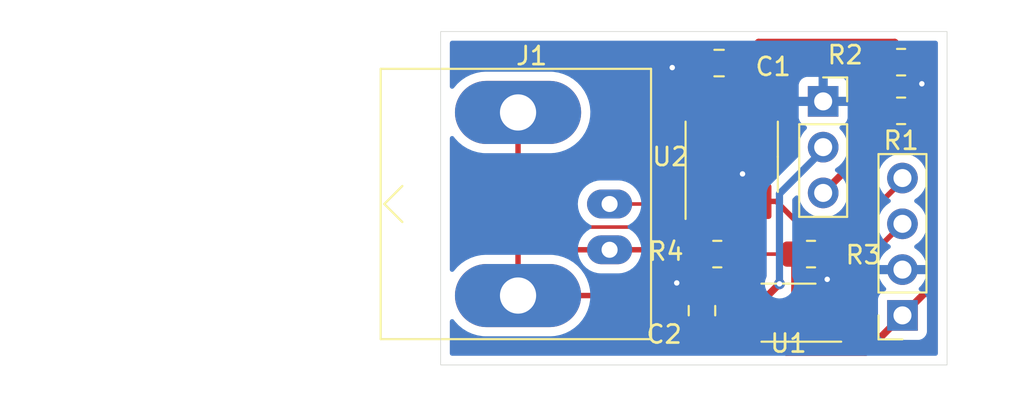
<source format=kicad_pcb>
(kicad_pcb (version 20211014) (generator pcbnew)
  (layers (0 "F.Cu" signal "Front") (31 "B.Cu" signal "Back") (34 "B.Paste" user) (35 "F.Paste" user) (36 "B.SilkS" user "B.Silkscreen") (37 "F.SilkS" user "F.Silkscreen") (38 "B.Mask" user) (39 "F.Mask" user) (44 "Edge.Cuts" user))
  (net 0 "")
  (net 1 "VCC")
  (net 2 "GND")
  (net 3 "Net-(J1-Pad1)")
  (net 4 "/Ref")
  (net 5 "/Out")
  (net 6 "Net-(JP1-Pad2)")
  (net 7 "Net-(JP1-Pad3)")
  (net 8 "Net-(R3-Pad2)")
  (net 9 "/Buffered_In")
  (footprint "Package_SO:MSOP-8_3x3mm_P0.65mm" (layer "F.Cu") (at 107.95 112.05 180)
    (fp_text reference "U1" (at 0 -1.7) (layer "F.SilkS"))
    (fp_text value "Opamp_Dual")
    (fp_line (start 0 1.61) (end 1.5 1.61) (layer "F.SilkS") (width 0.12))
    (fp_line (start 0 -1.61) (end -2.925 -1.61) (layer "F.SilkS") (width 0.12))
    (fp_line (start 0 1.61) (end -1.5 1.61) (layer "F.SilkS") (width 0.12))
    (fp_line (start 0 -1.61) (end 1.5 -1.61) (layer "F.SilkS") (width 0.12))
    (pad "1" smd roundrect (at -2.1125 -0.975 180) (size 1.625 0.4) (layers "F.Cu" "F.Paste" "F.Mask") (net 5 "/Out"))
    (pad "2" smd roundrect (at -2.1125 -0.325 180) (size 1.625 0.4) (layers "F.Cu" "F.Paste" "F.Mask") (net 8 "Net-(R3-Pad2)"))
    (pad "3" smd roundrect (at -2.1125 0.325 180) (size 1.625 0.4) (layers "F.Cu" "F.Paste" "F.Mask") (net 9 "/Buffered_In"))
    (pad "4" smd roundrect (at -2.1125 0.975 180) (size 1.625 0.4) (layers "F.Cu" "F.Paste" "F.Mask") (net 2 "GND"))
    (pad "5" smd roundrect (at 2.1125 0.975 180) (size 1.625 0.4) (layers "F.Cu" "F.Paste" "F.Mask") (net 6 "Net-(JP1-Pad2)"))
    (pad "6" smd roundrect (at 2.1125 0.325 180) (size 1.625 0.4) (layers "F.Cu" "F.Paste" "F.Mask") (net 4 "/Ref"))
    (pad "7" smd roundrect (at 2.1125 -0.325 180) (size 1.625 0.4) (layers "F.Cu" "F.Paste" "F.Mask") (net 4 "/Ref"))
    (pad "8" smd roundrect (at 2.1125 -0.975 180) (size 1.625 0.4) (layers "F.Cu" "F.Paste" "F.Mask") (net 1 "VCC"))
  )
  (footprint "Resistor_SMD:R_0805_2012Metric_Pad1.20x1.40mm_HandSolder" (layer "F.Cu") (at 114.2 98.15)
    (fp_text reference "R2" (at -3.1 -0.4) (layer "F.SilkS"))
    (fp_text value "12k")
    (fp_line (start -0.227064 -0.735) (end 0.227064 -0.735) (layer "F.SilkS") (width 0.12))
    (fp_line (start -0.227064 0.735) (end 0.227064 0.735) (layer "F.SilkS") (width 0.12))
    (pad "1" smd roundrect (at -1 0) (size 1.2 1.4) (layers "F.Cu" "F.Paste" "F.Mask") (roundrect_rratio 0.208333) (net 7 "Net-(JP1-Pad3)"))
    (pad "2" smd roundrect (at 1 0) (size 1.2 1.4) (layers "F.Cu" "F.Paste" "F.Mask") (roundrect_rratio 0.208333) (net 2 "GND"))
  )
  (footprint "Connector_PinSocket_2.54mm:PinSocket_1x04_P2.54mm_Vertical" (layer "F.Cu") (at 114.275 112.2 180)
    (fp_text reference "J2" hide)
    (fp_text value "Conn_01x04_Male")
    (fp_line (start -1.33 1.27) (end 1.33 1.27) (layer "F.SilkS") (width 0.12))
    (fp_line (start 1.33 -1.33) (end 1.33 0) (layer "F.SilkS") (width 0.12))
    (fp_line (start -1.33 1.27) (end -1.33 8.95) (layer "F.SilkS") (width 0.12))
    (fp_line (start 1.33 1.27) (end 1.33 8.95) (layer "F.SilkS") (width 0.12))
    (fp_line (start -1.33 8.95) (end 1.33 8.95) (layer "F.SilkS") (width 0.12))
    (fp_line (start 0 -1.33) (end 1.33 -1.33) (layer "F.SilkS") (width 0.12))
    (pad "1" thru_hole rect (at 0 0 180) (size 1.7 1.7) (drill 1) (layers *.Cu *.Mask) (net 1 "VCC"))
    (pad "2" thru_hole oval (at 0 2.54 180) (size 1.7 1.7) (drill 1) (layers *.Cu *.Mask) (net 2 "GND"))
    (pad "3" thru_hole oval (at 0 5.08 180) (size 1.7 1.7) (drill 1) (layers *.Cu *.Mask) (net 4 "/Ref"))
    (pad "4" thru_hole oval (at 0 7.62 180) (size 1.7 1.7) (drill 1) (layers *.Cu *.Mask) (net 5 "/Out"))
  )
  (footprint "Capacitor_SMD:C_0805_2012Metric_Pad1.18x1.45mm_HandSolder" (layer "F.Cu") (at 104.1 98.2 180)
    (fp_text reference "C1" (at -3 -0.2) (layer "F.SilkS"))
    (fp_text value "100n")
    (fp_line (start -0.261252 0.735) (end 0.261252 0.735) (layer "F.SilkS") (width 0.12))
    (fp_line (start -0.261252 -0.735) (end 0.261252 -0.735) (layer "F.SilkS") (width 0.12))
    (pad "1" smd roundrect (at -1.0375 0 180) (size 1.175 1.45) (layers "F.Cu" "F.Paste" "F.Mask") (roundrect_rratio 0.212766) (net 1 "VCC"))
    (pad "2" smd roundrect (at 1.0375 0 180) (size 1.175 1.45) (layers "F.Cu" "F.Paste" "F.Mask") (roundrect_rratio 0.212766) (net 2 "GND"))
  )
  (footprint "Package_SO:SOIC-8_3.9x4.9mm_P1.27mm" (layer "F.Cu") (at 104.8 103.4 90)
    (fp_text reference "U2" (at 0 -3.4) (layer "F.SilkS"))
    (fp_text value "LMP7721MA/NOPB")
    (fp_line (start 0 -2.56) (end -3.45 -2.56) (layer "F.SilkS") (width 0.12))
    (fp_line (start 0 -2.56) (end 1.95 -2.56) (layer "F.SilkS") (width 0.12))
    (fp_line (start 0 2.56) (end -1.95 2.56) (layer "F.SilkS") (width 0.12))
    (fp_line (start 0 2.56) (end 1.95 2.56) (layer "F.SilkS") (width 0.12))
    (pad "1" smd roundrect (at -2.475 -1.905 90) (size 1.95 0.6) (layers "F.Cu" "F.Paste" "F.Mask") (net 3 "Net-(J1-Pad1)"))
    (pad "2" smd roundrect (at -2.475 -0.635 90) (size 1.95 0.6) (layers "F.Cu" "F.Paste" "F.Mask") (net 9 "/Buffered_In"))
    (pad "3" smd roundrect (at -2.475 0.635 90) (size 1.95 0.6) (layers "F.Cu" "F.Paste" "F.Mask") (net 2 "GND"))
    (pad "4" smd roundrect (at -2.475 1.905 90) (size 1.95 0.6) (layers "F.Cu" "F.Paste" "F.Mask") (net 9 "/Buffered_In"))
    (pad "5" smd roundrect (at 2.475 1.905 90) (size 1.95 0.6) (layers "F.Cu" "F.Paste" "F.Mask"))
    (pad "6" smd roundrect (at 2.475 0.635 90) (size 1.95 0.6) (layers "F.Cu" "F.Paste" "F.Mask") (net 1 "VCC"))
    (pad "7" smd roundrect (at 2.475 -0.635 90) (size 1.95 0.6) (layers "F.Cu" "F.Paste" "F.Mask") (net 9 "/Buffered_In"))
    (pad "8" smd roundrect (at 2.475 -1.905 90) (size 1.95 0.6) (layers "F.Cu" "F.Paste" "F.Mask") (net 9 "/Buffered_In"))
  )
  (footprint "Capacitor_SMD:C_0805_2012Metric_Pad1.18x1.45mm_HandSolder" (layer "F.Cu") (at 103.15 111.9375 90)
    (fp_text reference "C2" (at -1.3125 -2.1) (layer "F.SilkS"))
    (fp_text value "100n")
    (fp_line (start -0.261252 -0.735) (end 0.261252 -0.735) (layer "F.SilkS") (width 0.12))
    (fp_line (start -0.261252 0.735) (end 0.261252 0.735) (layer "F.SilkS") (width 0.12))
    (pad "1" smd roundrect (at -1.0375 0 90) (size 1.175 1.45) (layers "F.Cu" "F.Paste" "F.Mask") (roundrect_rratio 0.212766) (net 1 "VCC"))
    (pad "2" smd roundrect (at 1.0375 0 90) (size 1.175 1.45) (layers "F.Cu" "F.Paste" "F.Mask") (roundrect_rratio 0.212766) (net 2 "GND"))
  )
  (footprint "Resistor_SMD:R_0805_2012Metric_Pad1.20x1.40mm_HandSolder" (layer "F.Cu") (at 109.2 108.8 180)
    (fp_text reference "R3" (at -2.9 -0.05 180) (layer "F.SilkS"))
    (fp_text value "12k")
    (fp_line (start -0.227064 0.735) (end 0.227064 0.735) (layer "F.SilkS") (width 0.12))
    (fp_line (start -0.227064 -0.735) (end 0.227064 -0.735) (layer "F.SilkS") (width 0.12))
    (pad "1" smd roundrect (at -1 0 180) (size 1.2 1.4) (layers "F.Cu" "F.Paste" "F.Mask") (roundrect_rratio 0.208333) (net 5 "/Out"))
    (pad "2" smd roundrect (at 1 0 180) (size 1.2 1.4) (layers "F.Cu" "F.Paste" "F.Mask") (roundrect_rratio 0.208333) (net 8 "Net-(R3-Pad2)"))
  )
  (footprint "Resistor_SMD:R_0805_2012Metric_Pad1.20x1.40mm_HandSolder" (layer "F.Cu") (at 114.2 100.85 180)
    (fp_text reference "R1" (at 0 -1.65) (layer "F.SilkS"))
    (fp_text value "12k")
    (fp_line (start -0.227064 0.735) (end 0.227064 0.735) (layer "F.SilkS") (width 0.12))
    (fp_line (start -0.227064 -0.735) (end 0.227064 -0.735) (layer "F.SilkS") (width 0.12))
    (pad "1" smd roundrect (at -1 0 180) (size 1.2 1.4) (layers "F.Cu" "F.Paste" "F.Mask") (roundrect_rratio 0.208333) (net 1 "VCC"))
    (pad "2" smd roundrect (at 1 0 180) (size 1.2 1.4) (layers "F.Cu" "F.Paste" "F.Mask") (roundrect_rratio 0.208333) (net 7 "Net-(JP1-Pad3)"))
  )
  (footprint "Connector_PinSocket_2.54mm:PinSocket_1x03_P2.54mm_Vertical" (layer "F.Cu") (at 109.875 100.325)
    (fp_text reference "JP1" hide)
    (fp_text value "Jumper_3_Open")
    (fp_line (start 1.33 -1.33) (end 1.33 0) (layer "F.SilkS") (width 0.12))
    (fp_line (start -1.33 1.27) (end -1.33 6.41) (layer "F.SilkS") (width 0.12))
    (fp_line (start -1.33 1.27) (end 1.33 1.27) (layer "F.SilkS") (width 0.12))
    (fp_line (start 0 -1.33) (end 1.33 -1.33) (layer "F.SilkS") (width 0.12))
    (fp_line (start -1.33 6.41) (end 1.33 6.41) (layer "F.SilkS") (width 0.12))
    (fp_line (start 1.33 1.27) (end 1.33 6.41) (layer "F.SilkS") (width 0.12))
    (pad "1" thru_hole rect (at 0 0) (size 1.7 1.7) (drill 1) (layers *.Cu *.Mask) (net 2 "GND"))
    (pad "2" thru_hole oval (at 0 2.54) (size 1.7 1.7) (drill 1) (layers *.Cu *.Mask) (net 6 "Net-(JP1-Pad2)"))
    (pad "3" thru_hole oval (at 0 5.08) (size 1.7 1.7) (drill 1) (layers *.Cu *.Mask) (net 7 "Net-(JP1-Pad3)"))
  )
  (footprint "Connector_Coaxial:BNC_Amphenol_B6252HB-NPP3G-50_Horizontal" (layer "F.Cu") (at 98.0238 106.0196 90)
    (fp_text reference "J1" (at 8.2196 -4.3238) (layer "F.SilkS"))
    (fp_text value "Conn_Coaxial")
    (fp_line (start 0 -12.5) (end -1 -11.5) (layer "F.SilkS") (width 0.12))
    (fp_line (start -7.5 -12.7) (end 7.5 -12.7) (layer "F.SilkS") (width 0.12))
    (fp_line (start 7.5 2.3) (end -7.5 2.3) (layer "F.SilkS") (width 0.12))
    (fp_line (start 7.5 -12.7) (end 7.5 2.3) (layer "F.SilkS") (width 0.12))
    (fp_line (start 0 -12.5) (end 1 -11.5) (layer "F.SilkS") (width 0.12))
    (fp_line (start -7.5 2.3) (end -7.5 -12.7) (layer "F.SilkS") (width 0.12))
    (pad "1" thru_hole oval (at 0 0 90) (size 1.6 2.5) (drill 0.89) (layers *.Cu *.Mask) (net 3 "Net-(J1-Pad1)"))
    (pad "2" thru_hole oval (at -5.08 -5.08 90) (size 3.5 7) (drill 2.01) (layers *.Cu *.Mask) (net 4 "/Ref"))
    (pad "2" thru_hole oval (at -2.54 0 90) (size 1.6 2.5) (drill 0.89) (layers *.Cu *.Mask) (net 4 "/Ref"))
    (pad "2" thru_hole oval (at 5.08 -5.08 90) (size 3.5 7) (drill 2.01) (layers *.Cu *.Mask) (net 4 "/Ref"))
  )
  (footprint "Resistor_SMD:R_0805_2012Metric_Pad1.20x1.40mm_HandSolder" (layer "F.Cu") (at 104 108.8 180)
    (fp_text reference "R4" (at 2.85 0.15) (layer "F.SilkS"))
    (fp_text value "1.5k")
    (fp_line (start -0.227064 -0.735) (end 0.227064 -0.735) (layer "F.SilkS") (width 0.12))
    (fp_line (start -0.227064 0.735) (end 0.227064 0.735) (layer "F.SilkS") (width 0.12))
    (pad "1" smd roundrect (at -1 0 180) (size 1.2 1.4) (layers "F.Cu" "F.Paste" "F.Mask") (roundrect_rratio 0.208333) (net 8 "Net-(R3-Pad2)"))
    (pad "2" smd roundrect (at 1 0 180) (size 1.2 1.4) (layers "F.Cu" "F.Paste" "F.Mask") (roundrect_rratio 0.208333) (net 4 "/Ref"))
  )
  (gr_rect (start 88.65 96.45) (end 116.75 114.95) (layer "Edge.Cuts") (width 0.0381) (fill none))
  (segment (start 115.85 101.5) (end 115.85 110.625) (width 0.4) (layer "F.Cu") (net 1))
  (segment (start 114.2 99.55) (end 114.2 97.4) (width 0.4) (layer "F.Cu") (net 1))
  (segment (start 114.2 97.4) (end 113.85 97.05) (width 0.4) (layer "F.Cu") (net 1))
  (segment (start 105.8375 113.025) (end 103.2 113.025) (width 0.4) (layer "F.Cu") (net 1))
  (segment (start 107.85 114.25) (end 112.225 114.25) (width 0.4) (layer "F.Cu") (net 1))
  (segment (start 115.2 100.55) (end 114.2 99.55) (width 0.4) (layer "F.Cu") (net 1))
  (segment (start 105.8375 113.025) (end 106.625 113.025) (width 0.4) (layer "F.Cu") (net 1))
  (segment (start 113.85 97.05) (end 106.2875 97.05) (width 0.4) (layer "F.Cu") (net 1))
  (segment (start 115.2 100.85) (end 115.85 101.5) (width 0.4) (layer "F.Cu") (net 1))
  (segment (start 105.435 100.925) (end 105.435 98.4975) (width 0.4) (layer "F.Cu") (net 1))
  (segment (start 112.225 114.25) (end 114.275 112.2) (width 0.4) (layer "F.Cu") (net 1))
  (segment (start 106.625 113.025) (end 107.85 114.25) (width 0.4) (layer "F.Cu") (net 1))
  (segment (start 115.85 110.625) (end 114.275 112.2) (width 0.4) (layer "F.Cu") (net 1))
  (segment (start 106.2875 97.05) (end 105.1375 98.2) (width 0.4) (layer "F.Cu") (net 1))
  (segment (start 105.435 104.385) (end 105.4 104.35) (width 0.4) (layer "F.Cu") (net 2))
  (segment (start 115.35 98.3) (end 115.35 99.35) (width 0.6) (layer "F.Cu") (net 2))
  (segment (start 101.75 98.2) (end 101.5 98.45) (width 0.4) (layer "F.Cu") (net 2))
  (segment (start 102.25 110.9) (end 101.75 110.4) (width 0.4) (layer "F.Cu") (net 2))
  (segment (start 105.435 105.875) (end 105.435 104.385) (width 0.4) (layer "F.Cu") (net 2))
  (segment (start 103.0625 98.2) (end 101.75 98.2) (width 0.4) (layer "F.Cu") (net 2))
  (segment (start 110.0625 110.2375) (end 110.1 110.2) (width 0.4) (layer "F.Cu") (net 2))
  (segment (start 110.0625 111.075) (end 110.0625 110.2375) (width 0.4) (layer "F.Cu") (net 2))
  (segment (start 103.15 110.9) (end 102.25 110.9) (width 0.4) (layer "F.Cu") (net 2))
  (via (at 115.35 99.35) (size 0.6) (drill 0.3) (layers "F.Cu" "B.Cu") (net 2))
  (via (at 101.75 110.4) (size 0.6) (drill 0.3) (layers "F.Cu" "B.Cu") (net 2))
  (via (at 105.4 104.35) (size 0.6) (drill 0.3) (layers "F.Cu" "B.Cu") (net 2))
  (via (at 101.5 98.45) (size 0.6) (drill 0.3) (layers "F.Cu" "B.Cu") (net 2))
  (via (at 110.1 110.2) (size 0.6) (drill 0.3) (layers "F.Cu" "B.Cu") (net 2))
  (segment (start 98.0238 106.0196) (end 102.7504 106.0196) (width 0.2) (layer "F.Cu") (net 3))
  (segment (start 92.9438 100.9396) (end 92.9438 107.0562) (width 0.3) (layer "F.Cu") (net 4))
  (segment (start 105.8375 112.375) (end 105.8375 111.725) (width 0.3) (layer "F.Cu") (net 4))
  (segment (start 104.175 111.725) (end 105.8375 111.725) (width 0.3) (layer "F.Cu") (net 4))
  (segment (start 108.5 113.65) (end 111.1 113.65) (width 0.3) (layer "F.Cu") (net 4))
  (segment (start 101.1996 111.0996) (end 102 111.9) (width 0.3) (layer "F.Cu") (net 4))
  (segment (start 105.8375 112.375) (end 107.225 112.375) (width 0.3) (layer "F.Cu") (net 4))
  (segment (start 112.25 109.145) (end 114.275 107.12) (width 0.3) (layer "F.Cu") (net 4))
  (segment (start 104.475 112.375) (end 104 111.9) (width 0.3) (layer "F.Cu") (net 4))
  (segment (start 92.9438 107.0562) (end 92.9438 111.0996) (width 0.3) (layer "F.Cu") (net 4))
  (segment (start 111.1 113.65) (end 112.25 112.5) (width 0.3) (layer "F.Cu") (net 4))
  (segment (start 98.0238 108.5596) (end 102.7596 108.5596) (width 0.3) (layer "F.Cu") (net 4))
  (segment (start 92.9438 111.0996) (end 101.1996 111.0996) (width 0.3) (layer "F.Cu") (net 4))
  (segment (start 104 111.9) (end 104.175 111.725) (width 0.3) (layer "F.Cu") (net 4))
  (segment (start 112.25 112.5) (end 112.25 109.145) (width 0.3) (layer "F.Cu") (net 4))
  (segment (start 94.4472 108.5596) (end 98.0238 108.5596) (width 0.3) (layer "F.Cu") (net 4))
  (segment (start 107.225 112.375) (end 108.5 113.65) (width 0.3) (layer "F.Cu") (net 4))
  (segment (start 105.8375 112.375) (end 104.475 112.375) (width 0.3) (layer "F.Cu") (net 4))
  (segment (start 102 111.9) (end 104 111.9) (width 0.3) (layer "F.Cu") (net 4))
  (segment (start 92.9438 107.0562) (end 94.4472 108.5596) (width 0.3) (layer "F.Cu") (net 4))
  (segment (start 111.6 112.3) (end 111.6 107.55) (width 0.3) (layer "F.Cu") (net 5))
  (segment (start 111.6 107.55) (end 111.525 107.475) (width 0.3) (layer "F.Cu") (net 5))
  (segment (start 110.0625 113.025) (end 110.875 113.025) (width 0.3) (layer "F.Cu") (net 5))
  (segment (start 114.275 104.725) (end 111.525 107.475) (width 0.3) (layer "F.Cu") (net 5))
  (segment (start 111.525 107.475) (end 110.2 108.8) (width 0.3) (layer "F.Cu") (net 5))
  (segment (start 110.875 113.025) (end 111.6 112.3) (width 0.3) (layer "F.Cu") (net 5))
  (segment (start 106.825 111.075) (end 105.8375 111.075) (width 0.4) (layer "F.Cu") (net 6))
  (segment (start 107.45 110.45) (end 106.825 111.075) (width 0.4) (layer "F.Cu") (net 6))
  (via (at 107.45 110.45) (size 0.6) (drill 0.3) (layers "F.Cu" "B.Cu") (net 6))
  (segment (start 107.45 105.45) (end 107.45 110.45) (width 0.4) (layer "B.Cu") (net 6))
  (segment (start 109.875 103.025) (end 107.45 105.45) (width 0.4) (layer "B.Cu") (net 6))
  (segment (start 113.2 100.85) (end 112.05 102) (width 0.4) (layer "F.Cu") (net 7))
  (segment (start 112.05 103.23) (end 109.875 105.405) (width 0.4) (layer "F.Cu") (net 7))
  (segment (start 113.2 100.85) (end 113.2 98.15) (width 0.4) (layer "F.Cu") (net 7))
  (segment (start 112.05 102) (end 112.05 103.23) (width 0.4) (layer "F.Cu") (net 7))
  (segment (start 105 108.8) (end 108.2 108.8) (width 0.2) (layer "F.Cu") (net 8))
  (segment (start 108.2 111.6) (end 108.975 112.375) (width 0.2) (layer "F.Cu") (net 8))
  (segment (start 108.975 112.375) (end 110.0625 112.375) (width 0.2) (layer "F.Cu") (net 8))
  (segment (start 108.2 108.8) (end 108.2 111.6) (width 0.2) (layer "F.Cu") (net 8))
  (segment (start 106.705 105.875) (end 107.275 105.875) (width 0.3) (layer "F.Cu") (net 9))
  (segment (start 104.165 104.535) (end 104.165 103.585) (width 0.2) (layer "F.Cu") (net 9))
  (segment (start 96.1 104.5) (end 104.13 104.5) (width 0.2) (layer "F.Cu") (net 9))
  (segment (start 109.025 111.725) (end 110.0625 111.725) (width 0.3) (layer "F.Cu") (net 9))
  (segment (start 106.705 105.875) (end 106.705 104.405) (width 0.3) (layer "F.Cu") (net 9))
  (segment (start 107.275 105.875) (end 109.2 107.8) (width 0.3) (layer "F.Cu") (net 9))
  (segment (start 104.165 103.585) (end 104.165 103.365) (width 0.2) (layer "F.Cu") (net 9))
  (segment (start 104.165 105.875) (end 104.165 104.535) (width 0.2) (layer "F.Cu") (net 9))
  (segment (start 102.895 102.095) (end 104.165 103.365) (width 0.2) (layer "F.Cu") (net 9))
  (segment (start 104.165 105.875) (end 104.165 107.235) (width 0.2) (layer "F.Cu") (net 9))
  (segment (start 109.2 109.75) (end 108.8 110.15) (width 0.3) (layer "F.Cu") (net 9))
  (segment (start 96.1 107.3) (end 104.1 107.3) (width 0.2) (layer "F.Cu") (net 9))
  (segment (start 108.8 111.5) (end 109.025 111.725) (width 0.3) (layer "F.Cu") (net 9))
  (segment (start 96.1 107.3) (end 96.1 104.5) (width 0.2) (layer "F.Cu") (net 9))
  (segment (start 105.885 103.585) (end 104.165 103.585) (width 0.3) (layer "F.Cu") (net 9))
  (segment (start 104.165 107.235) (end 104.1 107.3) (width 0.2) (layer "F.Cu") (net 9))
  (segment (start 104.165 103.365) (end 104.165 100.925) (width 0.2) (layer "F.Cu") (net 9))
  (segment (start 108.8 110.15) (end 108.8 111.5) (width 0.3) (layer "F.Cu") (net 9))
  (segment (start 109.2 107.8) (end 109.2 109.75) (width 0.3) (layer "F.Cu") (net 9))
  (segment (start 102.895 100.925) (end 102.895 102.095) (width 0.2) (layer "F.Cu") (net 9))
  (segment (start 106.705 104.405) (end 105.885 103.585) (width 0.3) (layer "F.Cu") (net 9))
  (segment (start 104.13 104.5) (end 104.165 104.535) (width 0.2) (layer "F.Cu") (net 9))
  (zone (net 2) (net_name "GND") (layer "B.Cu") (connect_pads (clearance 0.508)) (min_thickness 0.254) (fill yes (thermal_gap 0.508) (thermal_bridge_width 0.508))
    (polygon (pts (xy 117.9 116.8) (xy 87.3 116.8) (xy 87.3 94.7) (xy 117.9 94.7)))
  )
)
</source>
